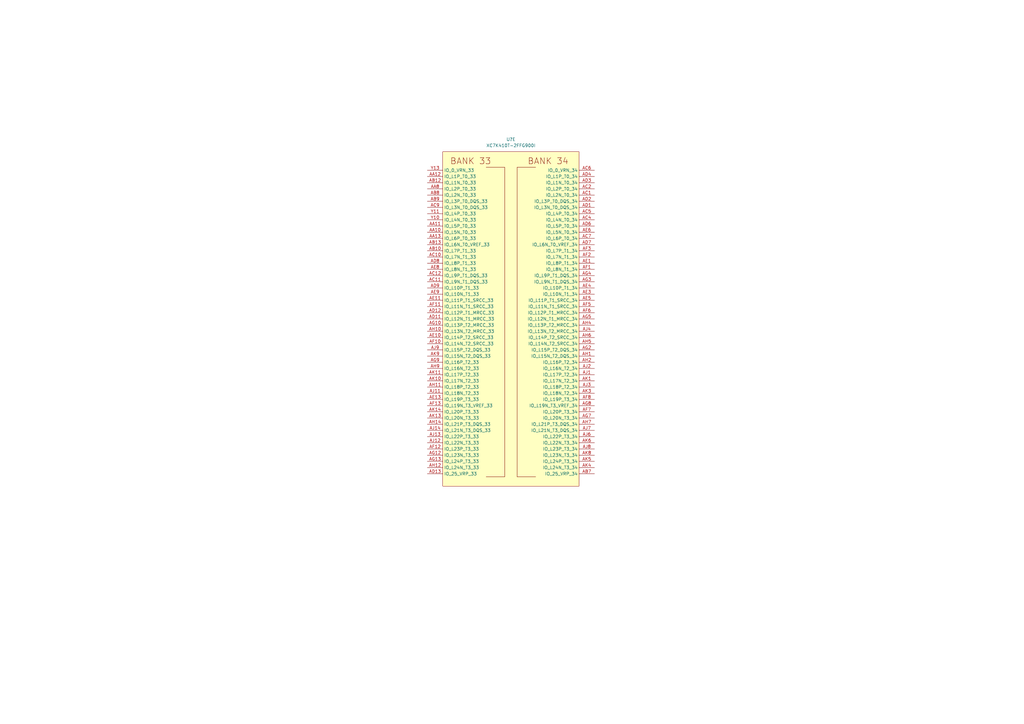
<source format=kicad_sch>
(kicad_sch (version 20211123) (generator eeschema)
  (paper "A3")
  (title_block (comment 1 "www.antmicro.com") (comment 2 "Antmicro Ltd"))
  (symbol (lib_id "antmicroMicrocontrollers:XC7K410T-2FFG900I") (at 209.55 130.81 0) (unit 5)
    (property "Reference" "U?" (at 209.55 57.15 0))
    (property "Value" "XC7K410T-2FFG900I" (at 209.55 59.69 0))
    (property "Footprint" "antmicro-footprints:xc7k410t-2ffg900I" (effects hide))
    (property "Datasheet" "https://eu.mouser.com/datasheet/2/903/ds180_7Series_Overview-1591537.pdf" (effects hide))
    (property "Manufacturer" "Xilinx" (effects hide))
    (property "MPN" "XC7K410T-2FFG900I" (effects hide))
  )
)
</source>
